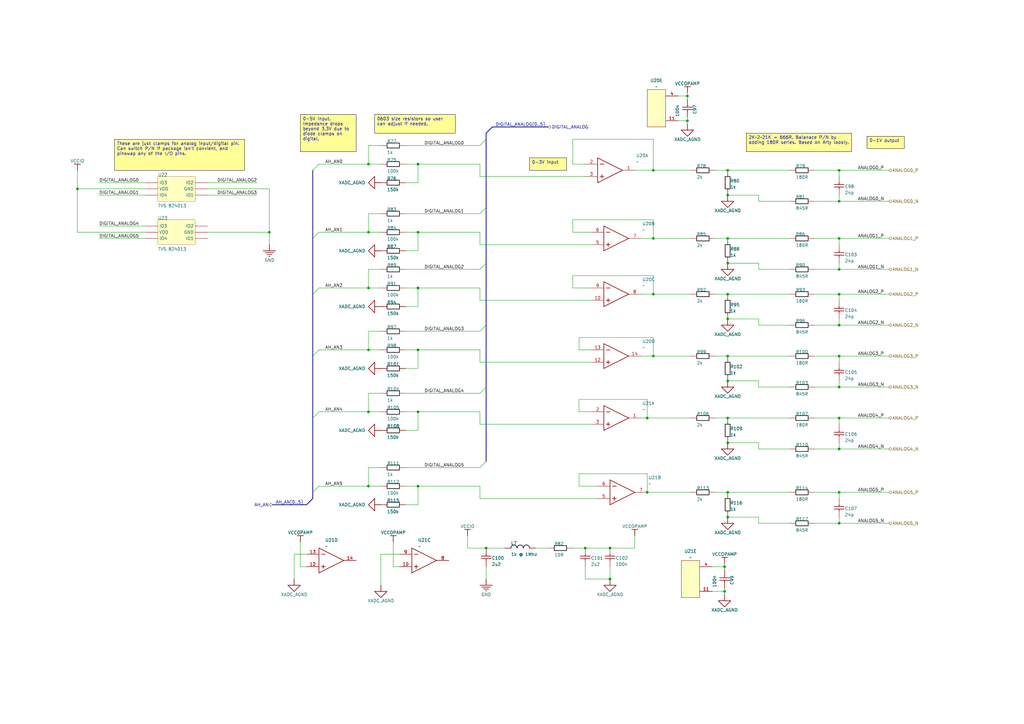
<source format=kicad_sch>
(kicad_sch (version 20231120) (generator "eeschema") (generator_version "8.0")
  (paper "A3")
  (title_block (title "<Enter Sheet Title>"))
  (junction (at 265.43 201.93))
  (junction (at 240.03 224.79))
  (junction (at 344.17 110.49))
  (junction (at 298.45 181.61))
  (junction (at 171.45 67.31))
  (junction (at 298.45 201.93))
  (junction (at 281.94 39.37))
  (junction (at 151.13 199.39))
  (junction (at 344.17 146.05))
  (junction (at 110.49 95.25))
  (junction (at 298.45 130.81))
  (junction (at 344.17 133.35))
  (junction (at 267.97 120.65))
  (junction (at 344.17 201.93))
  (junction (at 298.45 156.21))
  (junction (at 151.13 118.11))
  (junction (at 267.97 97.79))
  (junction (at 298.45 146.05))
  (junction (at 344.17 69.85))
  (junction (at 199.39 224.79))
  (junction (at 298.45 107.95))
  (junction (at 344.17 171.45))
  (junction (at 344.17 120.65))
  (junction (at 151.13 168.91))
  (junction (at 267.97 69.85))
  (junction (at 281.94 49.53))
  (junction (at 344.17 184.15))
  (junction (at 344.17 214.63))
  (junction (at 31.75 77.47))
  (junction (at 171.45 199.39))
  (junction (at 298.45 171.45))
  (junction (at 151.13 67.31))
  (junction (at 171.45 118.11))
  (junction (at 298.45 120.65))
  (junction (at 344.17 97.79))
  (junction (at 250.19 237.49))
  (junction (at 267.97 146.05))
  (junction (at 298.45 212.09))
  (junction (at 151.13 95.25))
  (junction (at 298.45 69.85))
  (junction (at 344.17 82.55))
  (junction (at 171.45 168.91))
  (junction (at 344.17 158.75))
  (junction (at 171.45 95.25))
  (junction (at 265.43 171.45))
  (junction (at 297.18 232.41))
  (junction (at 171.45 143.51))
  (junction (at 298.45 80.01))
  (junction (at 250.19 224.79))
  (junction (at 297.18 242.57))
  (junction (at 298.45 97.79))
  (junction (at 151.13 143.51))
  (bus_entry (at 128.27 146.05) (size 2.54 -2.54))
  (bus_entry (at 196.85 110.49) (size 2.54 -2.54))
  (bus_entry (at 196.85 161.29) (size 2.54 -2.54))
  (bus_entry (at 128.27 171.45) (size 2.54 -2.54))
  (bus_entry (at 196.85 87.63) (size 2.54 -2.54))
  (bus_entry (at 128.27 69.85) (size 2.54 -2.54))
  (bus_entry (at 128.27 97.79) (size 2.54 -2.54))
  (bus_entry (at 196.85 135.89) (size 2.54 -2.54))
  (bus_entry (at 128.27 120.65) (size 2.54 -2.54))
  (bus_entry (at 196.85 191.77) (size 2.54 -2.54))
  (bus_entry (at 128.27 201.93) (size 2.54 -2.54))
  (bus_entry (at 196.85 59.69) (size 2.54 -2.54))
  (wire (pts (xy 234.95 57.15) (xy 234.95 67.31)))
  (wire (pts (xy 166.37 110.49) (xy 196.85 110.49)))
  (wire (pts (xy 110.49 95.25) (xy 110.49 100.33)))
  (wire (pts (xy 311.15 158.75) (xy 311.15 156.21)))
  (wire (pts (xy 125.73 232.41) (xy 123.19 232.41)))
  (wire (pts (xy 196.85 143.51) (xy 171.45 143.51)))
  (wire (pts (xy 196.85 123.19) (xy 196.85 118.11)))
  (wire (pts (xy 298.45 201.93) (xy 293.37 201.93)))
  (wire (pts (xy 166.37 87.63) (xy 196.85 87.63)))
  (wire (pts (xy 267.97 97.79) (xy 262.89 97.79)))
  (wire (pts (xy 297.18 231.14) (xy 297.18 232.41)))
  (wire (pts (xy 156.21 67.31) (xy 151.13 67.31)))
  (wire (pts (xy 265.43 194.31) (xy 265.43 201.93)))
  (wire (pts (xy 237.49 163.83) (xy 265.43 163.83)))
  (wire (pts (xy 297.18 243.84) (xy 297.18 242.57)))
  (wire (pts (xy 311.15 130.81) (xy 298.45 130.81)))
  (wire (pts (xy 31.75 77.47) (xy 31.75 69.85)))
  (wire (pts (xy 171.45 168.91) (xy 171.45 176.53)))
  (wire (pts (xy 85.09 80.01) (xy 105.41 80.01)))
  (wire (pts (xy 171.45 95.25) (xy 171.45 102.87)))
  (wire (pts (xy 171.45 95.25) (xy 166.37 95.25)))
  (wire (pts (xy 334.01 120.65) (xy 344.17 120.65)))
  (wire (pts (xy 85.09 74.93) (xy 105.41 74.93)))
  (wire (pts (xy 245.11 204.47) (xy 196.85 204.47)))
  (bus (pts (xy 128.27 97.79) (xy 128.27 120.65)))
  (wire (pts (xy 151.13 118.11) (xy 130.81 118.11)))
  (wire (pts (xy 161.29 232.41) (xy 161.29 222.25)))
  (wire (pts (xy 237.49 143.51) (xy 237.49 138.43)))
  (wire (pts (xy 323.85 97.79) (xy 298.45 97.79)))
  (wire (pts (xy 323.85 110.49) (xy 311.15 110.49)))
  (wire (pts (xy 260.35 69.85) (xy 267.97 69.85)))
  (wire (pts (xy 171.45 67.31) (xy 166.37 67.31)))
  (wire (pts (xy 151.13 161.29) (xy 151.13 168.91)))
  (wire (pts (xy 156.21 168.91) (xy 151.13 168.91)))
  (wire (pts (xy 171.45 199.39) (xy 171.45 207.01)))
  (wire (pts (xy 298.45 97.79) (xy 293.37 97.79)))
  (wire (pts (xy 334.01 171.45) (xy 344.17 171.45)))
  (wire (pts (xy 344.17 69.85) (xy 364.49 69.85)))
  (wire (pts (xy 242.57 95.25) (xy 234.95 95.25)))
  (wire (pts (xy 292.1 242.57) (xy 297.18 242.57)))
  (wire (pts (xy 171.45 118.11) (xy 166.37 118.11)))
  (wire (pts (xy 281.94 49.53) (xy 281.94 50.8)))
  (wire (pts (xy 156.21 227.33) (xy 163.83 227.33)))
  (wire (pts (xy 298.45 69.85) (xy 293.37 69.85)))
  (wire (pts (xy 31.75 95.25) (xy 31.75 77.47)))
  (wire (pts (xy 171.45 143.51) (xy 171.45 151.13)))
  (bus (pts (xy 199.39 57.15) (xy 199.39 54.61)))
  (wire (pts (xy 267.97 69.85) (xy 283.21 69.85)))
  (wire (pts (xy 281.94 39.37) (xy 281.94 38.1)))
  (wire (pts (xy 151.13 191.77) (xy 151.13 199.39)))
  (wire (pts (xy 311.15 107.95) (xy 298.45 107.95)))
  (wire (pts (xy 171.45 74.93) (xy 166.37 74.93)))
  (wire (pts (xy 59.69 97.79) (xy 40.64 97.79)))
  (wire (pts (xy 196.85 67.31) (xy 171.45 67.31)))
  (wire (pts (xy 151.13 67.31) (xy 130.81 67.31)))
  (wire (pts (xy 171.45 67.31) (xy 171.45 74.93)))
  (wire (pts (xy 344.17 212.09) (xy 344.17 214.63)))
  (wire (pts (xy 344.17 171.45) (xy 364.49 171.45)))
  (wire (pts (xy 171.45 143.51) (xy 166.37 143.51)))
  (wire (pts (xy 283.21 201.93) (xy 265.43 201.93)))
  (wire (pts (xy 283.21 171.45) (xy 265.43 171.45)))
  (bus (pts (xy 128.27 120.65) (xy 128.27 146.05)))
  (wire (pts (xy 344.17 97.79) (xy 364.49 97.79)))
  (wire (pts (xy 237.49 194.31) (xy 265.43 194.31)))
  (wire (pts (xy 59.69 92.71) (xy 40.64 92.71)))
  (wire (pts (xy 344.17 110.49) (xy 364.49 110.49)))
  (wire (pts (xy 311.15 80.01) (xy 298.45 80.01)))
  (bus (pts (xy 199.39 54.61) (xy 201.93 52.07)))
  (wire (pts (xy 120.65 227.33) (xy 125.73 227.33)))
  (wire (pts (xy 344.17 184.15) (xy 364.49 184.15)))
  (wire (pts (xy 156.21 191.77) (xy 151.13 191.77)))
  (wire (pts (xy 311.15 212.09) (xy 298.45 212.09)))
  (wire (pts (xy 344.17 156.21) (xy 344.17 158.75)))
  (wire (pts (xy 298.45 120.65) (xy 293.37 120.65)))
  (wire (pts (xy 151.13 87.63) (xy 151.13 95.25)))
  (wire (pts (xy 267.97 113.03) (xy 267.97 120.65)))
  (wire (pts (xy 281.94 48.26) (xy 281.94 49.53)))
  (wire (pts (xy 242.57 100.33) (xy 196.85 100.33)))
  (wire (pts (xy 242.57 168.91) (xy 237.49 168.91)))
  (wire (pts (xy 334.01 201.93) (xy 344.17 201.93)))
  (bus (pts (xy 199.39 158.75) (xy 199.39 133.35)))
  (wire (pts (xy 297.18 232.41) (xy 297.18 233.68)))
  (wire (pts (xy 196.85 100.33) (xy 196.85 95.25)))
  (wire (pts (xy 151.13 168.91) (xy 130.81 168.91)))
  (wire (pts (xy 267.97 69.85) (xy 267.97 57.15)))
  (wire (pts (xy 323.85 214.63) (xy 311.15 214.63)))
  (wire (pts (xy 151.13 110.49) (xy 151.13 118.11)))
  (wire (pts (xy 344.17 100.33) (xy 344.17 97.79)))
  (wire (pts (xy 265.43 171.45) (xy 262.89 171.45)))
  (wire (pts (xy 120.65 237.49) (xy 120.65 227.33)))
  (wire (pts (xy 344.17 184.15) (xy 334.01 184.15)))
  (wire (pts (xy 171.45 168.91) (xy 166.37 168.91)))
  (wire (pts (xy 240.03 232.41) (xy 240.03 237.49)))
  (wire (pts (xy 242.57 148.59) (xy 196.85 148.59)))
  (wire (pts (xy 334.01 97.79) (xy 344.17 97.79)))
  (wire (pts (xy 278.13 49.53) (xy 281.94 49.53)))
  (wire (pts (xy 323.85 133.35) (xy 311.15 133.35)))
  (wire (pts (xy 344.17 204.47) (xy 344.17 201.93)))
  (wire (pts (xy 344.17 80.01) (xy 344.17 82.55)))
  (wire (pts (xy 311.15 110.49) (xy 311.15 107.95)))
  (wire (pts (xy 85.09 95.25) (xy 110.49 95.25)))
  (bus (pts (xy 128.27 171.45) (xy 128.27 201.93)))
  (wire (pts (xy 292.1 232.41) (xy 297.18 232.41)))
  (wire (pts (xy 234.95 95.25) (xy 234.95 90.17)))
  (wire (pts (xy 240.03 224.79) (xy 250.19 224.79)))
  (wire (pts (xy 156.21 118.11) (xy 151.13 118.11)))
  (wire (pts (xy 196.85 148.59) (xy 196.85 143.51)))
  (wire (pts (xy 311.15 184.15) (xy 311.15 181.61)))
  (wire (pts (xy 311.15 181.61) (xy 298.45 181.61)))
  (wire (pts (xy 311.15 133.35) (xy 311.15 130.81)))
  (wire (pts (xy 344.17 107.95) (xy 344.17 110.49)))
  (wire (pts (xy 156.21 240.03) (xy 156.21 227.33)))
  (wire (pts (xy 171.45 176.53) (xy 166.37 176.53)))
  (wire (pts (xy 267.97 146.05) (xy 262.89 146.05)))
  (wire (pts (xy 344.17 130.81) (xy 344.17 133.35)))
  (wire (pts (xy 344.17 148.59) (xy 344.17 146.05)))
  (wire (pts (xy 196.85 199.39) (xy 171.45 199.39)))
  (wire (pts (xy 151.13 143.51) (xy 130.81 143.51)))
  (wire (pts (xy 59.69 74.93) (xy 40.64 74.93)))
  (wire (pts (xy 234.95 67.31) (xy 240.03 67.31)))
  (wire (pts (xy 242.57 118.11) (xy 234.95 118.11)))
  (wire (pts (xy 207.01 224.79) (xy 199.39 224.79)))
  (wire (pts (xy 245.11 199.39) (xy 237.49 199.39)))
  (wire (pts (xy 344.17 158.75) (xy 364.49 158.75)))
  (wire (pts (xy 260.35 224.79) (xy 260.35 219.71)))
  (wire (pts (xy 311.15 156.21) (xy 298.45 156.21)))
  (wire (pts (xy 166.37 135.89) (xy 196.85 135.89)))
  (wire (pts (xy 237.49 138.43) (xy 267.97 138.43)))
  (wire (pts (xy 156.21 199.39) (xy 151.13 199.39)))
  (wire (pts (xy 267.97 120.65) (xy 262.89 120.65)))
  (wire (pts (xy 267.97 138.43) (xy 267.97 146.05)))
  (wire (pts (xy 344.17 82.55) (xy 334.01 82.55)))
  (wire (pts (xy 156.21 87.63) (xy 151.13 87.63)))
  (wire (pts (xy 234.95 113.03) (xy 267.97 113.03)))
  (wire (pts (xy 311.15 82.55) (xy 311.15 80.01)))
  (wire (pts (xy 199.39 237.49) (xy 199.39 232.41)))
  (wire (pts (xy 297.18 242.57) (xy 297.18 241.3)))
  (wire (pts (xy 323.85 171.45) (xy 298.45 171.45)))
  (wire (pts (xy 250.19 237.49) (xy 250.19 232.41)))
  (wire (pts (xy 267.97 57.15) (xy 234.95 57.15)))
  (wire (pts (xy 344.17 173.99) (xy 344.17 171.45)))
  (wire (pts (xy 224.79 224.79) (xy 219.71 224.79)))
  (wire (pts (xy 242.57 143.51) (xy 237.49 143.51)))
  (wire (pts (xy 323.85 201.93) (xy 298.45 201.93)))
  (wire (pts (xy 171.45 199.39) (xy 166.37 199.39)))
  (wire (pts (xy 151.13 135.89) (xy 151.13 143.51)))
  (wire (pts (xy 59.69 80.01) (xy 40.64 80.01)))
  (wire (pts (xy 298.45 146.05) (xy 293.37 146.05)))
  (wire (pts (xy 191.77 224.79) (xy 191.77 219.71)))
  (wire (pts (xy 283.21 146.05) (xy 267.97 146.05)))
  (wire (pts (xy 31.75 77.47) (xy 59.69 77.47)))
  (wire (pts (xy 171.45 151.13) (xy 166.37 151.13)))
  (wire (pts (xy 323.85 120.65) (xy 298.45 120.65)))
  (wire (pts (xy 196.85 173.99) (xy 196.85 168.91)))
  (wire (pts (xy 237.49 168.91) (xy 237.49 163.83)))
  (bus (pts (xy 128.27 146.05) (xy 128.27 171.45)))
  (wire (pts (xy 344.17 201.93) (xy 364.49 201.93)))
  (wire (pts (xy 156.21 143.51) (xy 151.13 143.51)))
  (wire (pts (xy 344.17 181.61) (xy 344.17 184.15)))
  (wire (pts (xy 250.19 224.79) (xy 260.35 224.79)))
  (wire (pts (xy 151.13 95.25) (xy 130.81 95.25)))
  (wire (pts (xy 278.13 39.37) (xy 281.94 39.37)))
  (wire (pts (xy 334.01 146.05) (xy 344.17 146.05)))
  (wire (pts (xy 242.57 173.99) (xy 196.85 173.99)))
  (wire (pts (xy 156.21 110.49) (xy 151.13 110.49)))
  (wire (pts (xy 267.97 97.79) (xy 283.21 97.79)))
  (wire (pts (xy 110.49 77.47) (xy 110.49 95.25)))
  (wire (pts (xy 240.03 237.49) (xy 250.19 237.49)))
  (bus (pts (xy 199.39 85.09) (xy 199.39 57.15)))
  (wire (pts (xy 344.17 123.19) (xy 344.17 120.65)))
  (bus (pts (xy 128.27 201.93) (xy 128.27 204.47)))
  (wire (pts (xy 151.13 59.69) (xy 151.13 67.31)))
  (wire (pts (xy 323.85 82.55) (xy 311.15 82.55)))
  (wire (pts (xy 196.85 95.25) (xy 171.45 95.25)))
  (wire (pts (xy 265.43 163.83) (xy 265.43 171.45)))
  (wire (pts (xy 323.85 158.75) (xy 311.15 158.75)))
  (wire (pts (xy 85.09 77.47) (xy 110.49 77.47)))
  (bus (pts (xy 111.76 207.01) (xy 125.73 207.01)))
  (wire (pts (xy 234.95 224.79) (xy 240.03 224.79)))
  (wire (pts (xy 344.17 133.35) (xy 364.49 133.35)))
  (bus (pts (xy 199.39 189.23) (xy 199.39 158.75)))
  (wire (pts (xy 166.37 191.77) (xy 196.85 191.77)))
  (wire (pts (xy 242.57 123.19) (xy 196.85 123.19)))
  (wire (pts (xy 311.15 214.63) (xy 311.15 212.09)))
  (wire (pts (xy 59.69 95.25) (xy 31.75 95.25)))
  (wire (pts (xy 344.17 110.49) (xy 334.01 110.49)))
  (wire (pts (xy 334.01 69.85) (xy 344.17 69.85)))
  (wire (pts (xy 298.45 171.45) (xy 293.37 171.45)))
  (wire (pts (xy 234.95 90.17) (xy 267.97 90.17)))
  (wire (pts (xy 171.45 125.73) (xy 166.37 125.73)))
  (wire (pts (xy 156.21 95.25) (xy 151.13 95.25)))
  (wire (pts (xy 196.85 204.47) (xy 196.85 199.39)))
  (wire (pts (xy 166.37 59.69) (xy 196.85 59.69)))
  (wire (pts (xy 344.17 214.63) (xy 364.49 214.63)))
  (bus (pts (xy 201.93 52.07) (xy 224.79 52.07)))
  (wire (pts (xy 240.03 72.39) (xy 196.85 72.39)))
  (wire (pts (xy 166.37 161.29) (xy 196.85 161.29)))
  (wire (pts (xy 123.19 232.41) (xy 123.19 222.25)))
  (wire (pts (xy 171.45 118.11) (xy 171.45 125.73)))
  (wire (pts (xy 156.21 135.89) (xy 151.13 135.89)))
  (wire (pts (xy 171.45 102.87) (xy 166.37 102.87)))
  (wire (pts (xy 344.17 158.75) (xy 334.01 158.75)))
  (bus (pts (xy 199.39 107.95) (xy 199.39 85.09)))
  (wire (pts (xy 196.85 118.11) (xy 171.45 118.11)))
  (wire (pts (xy 323.85 146.05) (xy 298.45 146.05)))
  (wire (pts (xy 156.21 59.69) (xy 151.13 59.69)))
  (wire (pts (xy 323.85 184.15) (xy 311.15 184.15)))
  (wire (pts (xy 163.83 232.41) (xy 161.29 232.41)))
  (bus (pts (xy 128.27 204.47) (xy 125.73 207.01)))
  (bus (pts (xy 199.39 133.35) (xy 199.39 107.95)))
  (wire (pts (xy 323.85 69.85) (xy 298.45 69.85)))
  (wire (pts (xy 196.85 168.91) (xy 171.45 168.91)))
  (wire (pts (xy 344.17 146.05) (xy 364.49 146.05)))
  (wire (pts (xy 151.13 199.39) (xy 130.81 199.39)))
  (wire (pts (xy 281.94 40.64) (xy 281.94 39.37)))
  (wire (pts (xy 237.49 199.39) (xy 237.49 194.31)))
  (wire (pts (xy 199.39 224.79) (xy 191.77 224.79)))
  (bus (pts (xy 128.27 69.85) (xy 128.27 97.79)))
  (wire (pts (xy 344.17 214.63) (xy 334.01 214.63)))
  (wire (pts (xy 171.45 207.01) (xy 166.37 207.01)))
  (wire (pts (xy 267.97 90.17) (xy 267.97 97.79)))
  (wire (pts (xy 344.17 133.35) (xy 334.01 133.35)))
  (wire (pts (xy 344.17 82.55) (xy 364.49 82.55)))
  (wire (pts (xy 234.95 118.11) (xy 234.95 113.03)))
  (wire (pts (xy 267.97 120.65) (xy 283.21 120.65)))
  (wire (pts (xy 196.85 72.39) (xy 196.85 67.31)))
  (wire (pts (xy 344.17 120.65) (xy 364.49 120.65)))
  (wire (pts (xy 156.21 161.29) (xy 151.13 161.29)))
  (wire (pts (xy 344.17 72.39) (xy 344.17 69.85)))
  (text_box "0603 size resistors so user can adjust if needed." (at 186.69 46.99 0) (size -33.02 7.62) (stroke (width 0) (color 0 0 0 1)) (fill (type color) (color 255 255 150 1)) (effects (font (size 1.27 1.27)) (justify left top)))
  (text_box "2K~2~21K = 666R. Balanace P/N by adding 180R series. Based on Arty loosly." (at 349.25 54.61 0) (size -43.18 7.62) (stroke (width 0) (color 0 0 0 1)) (fill (type color) (color 255 255 150 1)) (effects (font (size 1.27 1.27)) (justify left top)))
  (text_box "0-3V input" (at 232.41 64.77 0) (size -15.24 5.08) (stroke (width 0) (color 0 0 0 1)) (fill (type color) (color 255 255 150 1)) (effects (font (size 1.27 1.27)) (justify left top)))
  (text_box "These are just clamps for analog input/digital pin. Can switch P/N if package isn't convient, and pinswap any of the I/O pins." (at 100.33 57.15 0) (size -53.34 12.7) (stroke (width 0) (color 0 0 0 1)) (fill (type color) (color 255 255 150 1)) (effects (font (size 1.27 1.27)) (justify left top)))
  (text_box "0-1V output" (at 355.6 55.88 0) (size 15.24 5.08) (stroke (width 0) (color 0 0 0 1)) (fill (type color) (color 255 255 150 1)) (effects (font (size 1.27 1.27)) (justify left top)))
  (text_box "0-5V input. Impedance drops beyond 3.3V due to diode clamps on digital." (at 146.05 46.99 0) (size -22.86 15.24) (stroke (width 0) (color 0 0 0 1)) (fill (type color) (color 255 255 150 1)) (effects (font (size 1.27 1.27)) (justify left top)))
  (label "ANALOG3_P" (at 351.79 146.05 0))
  (label "DIGITAL_ANALOG0" (at 40.64 74.93 0))
  (label "DIGITAL_ANALOG3" (at 105.41 80.01 180))
  (label "AH_AN0" (at 133.35 67.31 0))
  (label "DIGITAL_ANALOG4" (at 173.99 161.29 0))
  (label "DIGITAL_ANALOG[0..5]" (at 203.2 52.07 0))
  (label "DIGITAL_ANALOG5" (at 40.64 97.79 0))
  (label "AH_AN3" (at 133.35 143.51 0))
  (label "ANALOG1_N" (at 351.79 110.49 0))
  (label "ANALOG0_N" (at 351.79 82.55 0))
  (label "ANALOG2_N" (at 351.79 133.35 0))
  (label "DIGITAL_ANALOG0" (at 173.99 59.69 0))
  (label "ANALOG2_P" (at 351.79 120.65 0))
  (label "AH_AN4" (at 133.35 168.91 0))
  (label "AH_AN5" (at 133.35 199.39 0))
  (label "ANALOG0_P" (at 351.79 69.85 0))
  (label "DIGITAL_ANALOG1" (at 173.99 87.63 0))
  (label "DIGITAL_ANALOG3" (at 173.99 135.89 0))
  (label "ANALOG5_N" (at 351.79 214.63 0))
  (label "DIGITAL_ANALOG5" (at 173.99 191.77 0))
  (label "DIGITAL_ANALOG4" (at 40.64 92.71 0))
  (label "AH_AN1" (at 133.35 95.25 0))
  (label "ANALOG4_N" (at 351.79 184.15 0))
  (label "DIGITAL_ANALOG2" (at 173.99 110.49 0))
  (label "AH_AN[0..5]" (at 113.03 207.01 0))
  (label "ANALOG3_N" (at 351.79 158.75 0))
  (label "ANALOG4_P" (at 351.79 171.45 0))
  (label "ANALOG5_P" (at 351.79 201.93 0))
  (label "DIGITAL_ANALOG2" (at 105.41 74.93 180))
  (label "ANALOG1_P" (at 351.79 97.79 0))
  (label "DIGITAL_ANALOG1" (at 40.64 80.01 0))
  (label "AH_AN2" (at 133.35 118.11 0))
  (hierarchical_label "ANALOG1_P" (shape bidirectional) (at 364.49 97.79 0))
  (hierarchical_label "ANALOG3_P" (shape bidirectional) (at 364.49 146.05 0))
  (hierarchical_label "DIGITAL_ANALOG" (shape bidirectional) (at 224.79 52.07 0))
  (hierarchical_label "ANALOG4_N" (shape bidirectional) (at 364.49 184.15 0))
  (hierarchical_label "ANALOG4_P" (shape bidirectional) (at 364.49 171.45 0))
  (hierarchical_label "ANALOG2_P" (shape bidirectional) (at 364.49 120.65 0))
  (hierarchical_label "ANALOG2_N" (shape bidirectional) (at 364.49 133.35 0))
  (hierarchical_label "ANALOG1_N" (shape bidirectional) (at 364.49 110.49 0))
  (hierarchical_label "ANALOG3_N" (shape bidirectional) (at 364.49 158.75 0))
  (hierarchical_label "ANALOG5_P" (shape bidirectional) (at 364.49 201.93 0))
  (hierarchical_label "ANALOG0_N" (shape bidirectional) (at 364.49 82.55 0))
  (hierarchical_label "ANALOG5_N" (shape bidirectional) (at 364.49 214.63 0))
  (hierarchical_label "AH_AN" (shape bidirectional) (at 111.76 207.01 180))
  (hierarchical_label "ANALOG0_P" (shape bidirectional) (at 364.49 69.85 0))
  (symbol (lib_id "SONATA-ONE-symbols:root_0_RES-EU") (at 298.45 125.73 0) (unit 1)
    (property "Reference" "R95" (at 299.466 125.73 0) (effects (justify left bottom)))
    (property "Value" "1k" (at 299.466 128.27 0) (effects (justify left bottom)))
    (property "Footprint" "SONATA-ONE-LIBRARY:RESC1005X40N" (effects (hide yes)))
    (property "Description" "10k res, 0402, 1%, 1/16W" (effects (hide yes)))
    (property "MANUFACTURE PART NUMBER 1" "RC0402FR-071KL" (effects (hide yes)))
  )
  (symbol (lib_id "SONATA-ONE-symbols:root_0_RES-EU") (at 298.45 102.87 0) (unit 1)
    (property "Reference" "R88" (at 299.466 102.87 0) (effects (justify left bottom)))
    (property "Value" "1k" (at 299.466 105.41 0) (effects (justify left bottom)))
    (property "Footprint" "SONATA-ONE-LIBRARY:RESC1005X40N" (effects (hide yes)))
    (property "Description" "10k res, 0402, 1%, 1/16W" (effects (hide yes)))
    (property "MANUFACTURE PART NUMBER 1" "RC0402FR-071KL" (effects (hide yes)))
  )
  (symbol (lib_id "SONATA-ONE-symbols:root_0_RES-EU") (at 298.45 176.53 0) (unit 1)
    (property "Reference" "R109" (at 299.466 176.53 0) (effects (justify left bottom)))
    (property "Value" "1k" (at 299.466 179.07 0) (effects (justify left bottom)))
    (property "Footprint" "SONATA-ONE-LIBRARY:RESC1005X40N" (effects (hide yes)))
    (property "Description" "10k res, 0402, 1%, 1/16W" (effects (hide yes)))
    (property "MANUFACTURE PART NUMBER 1" "RC0402FR-071KL" (effects (hide yes)))
  )
  (symbol (lib_id "SONATA-ONE-symbols:root_0_AMP-OPA-MCP6404-IL14") (at 168.91 224.79 0) (unit 3)
    (property "Reference" "U21" (at 171.45 222.25 0) (effects (justify left bottom)))
    (property "Value" "~" (at 171.45 224.79 0) (effects (justify left bottom)))
    (property "Footprint" "SONATA-ONE-LIBRARY:TSSOP-ST14_M" (effects (hide yes)))
    (property "Description" "None" (effects (hide yes)))
  )
  (symbol (lib_id "SONATA-ONE-symbols:XADC_AGND_SIGNAL_GROUND") (at 298.45 181.61 0) (unit 1)
    (property "Reference" "#PWR0220" (effects (hide yes)))
    (property "Value" "XADC_AGND" (at 298.45 187.96 0))
    (property "Description" "Power symbol creates a global label with name 'XADC_AGND'" (effects (hide yes)))
  )
  (symbol (lib_id "SONATA-ONE-symbols:root_1_RES-EU") (at 161.29 143.51 0) (unit 1)
    (property "Reference" "R98" (at 158.75 142.494 0) (effects (justify left bottom)))
    (property "Value" "100k" (at 158.75 147.066 0) (effects (justify left bottom)))
    (property "Footprint" "SONATA-ONE-LIBRARY:RESC1608X55N" (effects (hide yes)))
    (property "Description" "10k res, 0402, 1%, 1/16W" (effects (hide yes)))
    (property "MANUFACTURE PART NUMBER 1" "RC0603FR-07100KL" (effects (hide yes)))
  )
  (symbol (lib_id "SONATA-ONE-symbols:VCCIO_BAR") (at 191.77 219.71 180) (unit 1)
    (property "Reference" "#PWR0208" (effects (hide yes)))
    (property "Value" "VCCIO" (at 191.77 215.9 0))
    (property "Description" "Power symbol creates a global label with name 'VCCIO'" (effects (hide yes)))
  )
  (symbol (lib_id "SONATA-ONE-symbols:root_1_RES-EU") (at 161.29 176.53 0) (unit 1)
    (property "Reference" "R108" (at 158.75 175.514 0) (effects (justify left bottom)))
    (property "Value" "150k" (at 158.75 180.086 0) (effects (justify left bottom)))
    (property "Footprint" "SONATA-ONE-LIBRARY:RESC1608X55N" (effects (hide yes)))
    (property "Description" "10k res, 0402, 1%, 1/16W" (effects (hide yes)))
    (property "MANUFACTURE PART NUMBER 1" "RC0603FR-07150KL" (effects (hide yes)))
  )
  (symbol (lib_id "SONATA-ONE-symbols:root_0_CAP") (at 250.19 229.87 0) (unit 1)
    (property "Reference" "C102" (at 252.476 229.616 0) (effects (justify left bottom)))
    (property "Value" "100n" (at 252.476 232.156 0) (effects (justify left bottom)))
    (property "Footprint" "SONATA-ONE-LIBRARY:CAPC0402_M" (effects (hide yes)))
    (property "Description" "100n, 0402" (effects (hide yes)))
    (property "MANUFACTURE PART NUMBER 1" "CGA2B3X7R1V104K050BB" (effects (hide yes)))
  )
  (symbol (lib_id "SONATA-ONE-symbols:XADC_AGND_SIGNAL_GROUND") (at 298.45 80.01 0) (unit 1)
    (property "Reference" "#PWR0216" (effects (hide yes)))
    (property "Value" "XADC_AGND" (at 298.45 86.36 0))
    (property "Description" "Power symbol creates a global label with name 'XADC_AGND'" (effects (hide yes)))
  )
  (symbol (lib_id "SONATA-ONE-symbols:root_0_AMP-OPA-MCP6404-IL14") (at 273.05 44.45 0) (unit 5)
    (property "Reference" "U20" (at 269.24 33.02 0))
    (property "Value" "~" (at 269.24 35.56 0))
    (property "Footprint" "SONATA-ONE-LIBRARY:TSSOP-ST14_M" (effects (hide yes)))
    (property "Description" "None" (effects (hide yes)))
  )
  (symbol (lib_id "SONATA-ONE-symbols:XADC_AGND_SIGNAL_GROUND") (at 281.94 50.8 0) (unit 1)
    (property "Reference" "#PWR0213" (effects (hide yes)))
    (property "Value" "XADC_AGND" (at 281.94 57.15 0))
    (property "Description" "Power symbol creates a global label with name 'XADC_AGND'" (effects (hide yes)))
  )
  (symbol (lib_id "SONATA-ONE-symbols:XADC_AGND_SIGNAL_GROUND") (at 156.21 102.87 270) (unit 1)
    (property "Reference" "#PWR0201" (effects (hide yes)))
    (property "Value" "XADC_AGND" (at 149.86 102.87 90) (effects (justify right)))
    (property "Description" "Power symbol creates a global label with name 'XADC_AGND'" (effects (hide yes)))
  )
  (symbol (lib_id "SONATA-ONE-symbols:root_1_RES-EU") (at 161.29 110.49 0) (unit 1)
    (property "Reference" "R89" (at 158.75 109.474 0) (effects (justify left bottom)))
    (property "Value" "1k" (at 158.75 114.046 0) (effects (justify left bottom)))
    (property "Footprint" "SONATA-ONE-LIBRARY:RESC1608X55N" (effects (hide yes)))
    (property "Description" "10k res, 0402, 1%, 1/16W" (effects (hide yes)))
    (property "MANUFACTURE PART NUMBER 1" "RC0603FR-071KL" (effects (hide yes)))
  )
  (symbol (lib_id "SONATA-ONE-symbols:root_1_RES-EU") (at 161.29 161.29 0) (unit 1)
    (property "Reference" "R104" (at 158.75 160.274 0) (effects (justify left bottom)))
    (property "Value" "1k" (at 158.75 164.846 0) (effects (justify left bottom)))
    (property "Footprint" "SONATA-ONE-LIBRARY:RESC1608X55N" (effects (hide yes)))
    (property "Description" "10k res, 0402, 1%, 1/16W" (effects (hide yes)))
    (property "MANUFACTURE PART NUMBER 1" "RC0603FR-071KL" (effects (hide yes)))
  )
  (symbol (lib_id "SONATA-ONE-symbols:XADC_AGND_SIGNAL_GROUND") (at 298.45 130.81 0) (unit 1)
    (property "Reference" "#PWR0218" (effects (hide yes)))
    (property "Value" "XADC_AGND" (at 298.45 137.16 0))
    (property "Description" "Power symbol creates a global label with name 'XADC_AGND'" (effects (hide yes)))
  )
  (symbol (lib_id "SONATA-ONE-symbols:root_1_RES-EU") (at 328.93 158.75 0) (unit 1)
    (property "Reference" "R103" (at 326.39 157.734 0) (effects (justify left bottom)))
    (property "Value" "845R" (at 326.39 162.306 0) (effects (justify left bottom)))
    (property "Footprint" "SONATA-ONE-LIBRARY:RESC1005X40N" (effects (hide yes)))
    (property "Description" "10k res, 0402, 1%, 1/16W" (effects (hide yes)))
    (property "MANUFACTURE PART NUMBER 1" "RC0402FR-07845RL" (effects (hide yes)))
  )
  (symbol (lib_id "SONATA-ONE-symbols:root_1_RES-EU") (at 161.29 199.39 0) (unit 1)
    (property "Reference" "R112" (at 158.75 198.374 0) (effects (justify left bottom)))
    (property "Value" "100k" (at 158.75 202.946 0) (effects (justify left bottom)))
    (property "Footprint" "SONATA-ONE-LIBRARY:RESC1608X55N" (effects (hide yes)))
    (property "Description" "10k res, 0402, 1%, 1/16W" (effects (hide yes)))
    (property "MANUFACTURE PART NUMBER 1" "RC0603FR-07100KL" (effects (hide yes)))
  )
  (symbol (lib_id "SONATA-ONE-symbols:root_1_RES-EU") (at 328.93 214.63 0) (unit 1)
    (property "Reference" "R117" (at 326.39 213.614 0) (effects (justify left bottom)))
    (property "Value" "845R" (at 326.39 218.186 0) (effects (justify left bottom)))
    (property "Footprint" "SONATA-ONE-LIBRARY:RESC1005X40N" (effects (hide yes)))
    (property "Description" "10k res, 0402, 1%, 1/16W" (effects (hide yes)))
    (property "MANUFACTURE PART NUMBER 1" "RC0402FR-07845RL" (effects (hide yes)))
  )
  (symbol (lib_id "SONATA-ONE-symbols:XADC_AGND_SIGNAL_GROUND") (at 156.21 240.03 0) (unit 1)
    (property "Reference" "#PWR0206" (effects (hide yes)))
    (property "Value" "XADC_AGND" (at 156.21 246.38 0))
    (property "Description" "Power symbol creates a global label with name 'XADC_AGND'" (effects (hide yes)))
  )
  (symbol (lib_id "SONATA-ONE-symbols:root_1_RES-EU") (at 161.29 135.89 0) (unit 1)
    (property "Reference" "R97" (at 158.75 134.874 0) (effects (justify left bottom)))
    (property "Value" "1k" (at 158.75 139.446 0) (effects (justify left bottom)))
    (property "Footprint" "SONATA-ONE-LIBRARY:RESC1608X55N" (effects (hide yes)))
    (property "Description" "10k res, 0402, 1%, 1/16W" (effects (hide yes)))
    (property "MANUFACTURE PART NUMBER 1" "RC0603FR-071KL" (effects (hide yes)))
  )
  (symbol (lib_id "SONATA-ONE-symbols:root_0_CAP") (at 344.17 153.67 0) (unit 1)
    (property "Reference" "C105" (at 346.456 153.416 0) (effects (justify left bottom)))
    (property "Value" "24p" (at 346.456 155.956 0) (effects (justify left bottom)))
    (property "Footprint" "SONATA-ONE-LIBRARY:CAPC0402_M" (effects (hide yes)))
    (property "Description" "100n, 0402" (effects (hide yes)))
    (property "MANUFACTURE PART NUMBER 1" "GCM1555C1H240FA16D" (effects (hide yes)))
  )
  (symbol (lib_id "SONATA-ONE-symbols:XADC_AGND_SIGNAL_GROUND") (at 156.21 207.01 270) (unit 1)
    (property "Reference" "#PWR0205" (effects (hide yes)))
    (property "Value" "XADC_AGND" (at 149.86 207.01 90) (effects (justify right)))
    (property "Description" "Power symbol creates a global label with name 'XADC_AGND'" (effects (hide yes)))
  )
  (symbol (lib_id "SONATA-ONE-symbols:VCCIO_BAR") (at 31.75 69.85 180) (unit 1)
    (property "Reference" "#PWR0122" (effects (hide yes)))
    (property "Value" "VCCIO" (at 31.75 66.04 0))
    (property "Description" "Power symbol creates a global label with name 'VCCIO'" (effects (hide yes)))
  )
  (symbol (lib_id "SONATA-ONE-symbols:GND_POWER_GROUND") (at 110.49 100.33 0) (unit 1)
    (property "Reference" "#PWR0197" (effects (hide yes)))
    (property "Value" "GND" (at 110.49 106.68 0))
    (property "Description" "Power symbol creates a global label with name 'GND'" (effects (hide yes)))
  )
  (symbol (lib_id "SONATA-ONE-symbols:root_1_RES-EU") (at 161.29 168.91 0) (unit 1)
    (property "Reference" "R105" (at 158.75 167.894 0) (effects (justify left bottom)))
    (property "Value" "100k" (at 158.75 172.466 0) (effects (justify left bottom)))
    (property "Footprint" "SONATA-ONE-LIBRARY:RESC1608X55N" (effects (hide yes)))
    (property "Description" "10k res, 0402, 1%, 1/16W" (effects (hide yes)))
    (property "MANUFACTURE PART NUMBER 1" "RC0603FR-07100KL" (effects (hide yes)))
  )
  (symbol (lib_id "SONATA-ONE-symbols:root_0_AMP-OPA-MCP6404-IL14") (at 247.65 140.97 0) (unit 4)
    (property "Reference" "U20" (at 263.398 140.716 0) (effects (justify left bottom)))
    (property "Value" "~" (at 263.398 143.256 0) (effects (justify left bottom)))
    (property "Footprint" "SONATA-ONE-LIBRARY:TSSOP-ST14_M" (effects (hide yes)))
    (property "Description" "None" (effects (hide yes)))
  )
  (symbol (lib_id "SONATA-ONE-symbols:root_0_AMP-OPA-MCP6404-IL14") (at 247.65 166.37 0) (unit 1)
    (property "Reference" "U21" (at 263.398 166.116 0) (effects (justify left bottom)))
    (property "Value" "~" (at 263.398 168.656 0) (effects (justify left bottom)))
    (property "Footprint" "SONATA-ONE-LIBRARY:TSSOP-ST14_M" (effects (hide yes)))
    (property "Description" "None" (effects (hide yes)))
  )
  (symbol (lib_id "SONATA-ONE-symbols:XADC_AGND_SIGNAL_GROUND") (at 297.18 243.84 0) (unit 1)
    (property "Reference" "#PWR0215" (effects (hide yes)))
    (property "Value" "XADC_AGND" (at 297.18 250.19 0))
    (property "Description" "Power symbol creates a global label with name 'XADC_AGND'" (effects (hide yes)))
  )
  (symbol (lib_id "SONATA-ONE-symbols:root_1_RES-EU") (at 328.93 184.15 0) (unit 1)
    (property "Reference" "R110" (at 326.39 183.134 0) (effects (justify left bottom)))
    (property "Value" "845R" (at 326.39 187.706 0) (effects (justify left bottom)))
    (property "Footprint" "SONATA-ONE-LIBRARY:RESC1005X40N" (effects (hide yes)))
    (property "Description" "10k res, 0402, 1%, 1/16W" (effects (hide yes)))
    (property "MANUFACTURE PART NUMBER 1" "RC0402FR-07845RL" (effects (hide yes)))
  )
  (symbol (lib_id "SONATA-ONE-symbols:root_1_CAP") (at 297.18 238.76 270) (unit 1)
    (property "Reference" "C99" (at 299.466 235.966 0) (effects (justify left bottom)))
    (property "Value" "100n" (at 292.354 235.966 0) (effects (justify left bottom)))
    (property "Footprint" "SONATA-ONE-LIBRARY:CAPC0402_M" (effects (hide yes)))
    (property "Description" "100n, 0603" (effects (hide yes)))
    (property "MANUFACTURE PART NUMBER 1" "CGA2B3X7R1V104K050BB" (effects (hide yes)))
  )
  (symbol (lib_id "SONATA-ONE-symbols:root_1_RES-EU") (at 328.93 110.49 0) (unit 1)
    (property "Reference" "R90" (at 326.39 109.474 0) (effects (justify left bottom)))
    (property "Value" "845R" (at 326.39 114.046 0) (effects (justify left bottom)))
    (property "Footprint" "SONATA-ONE-LIBRARY:RESC1005X40N" (effects (hide yes)))
    (property "Description" "10k res, 0402, 1%, 1/16W" (effects (hide yes)))
    (property "MANUFACTURE PART NUMBER 1" "RC0402FR-07845RL" (effects (hide yes)))
  )
  (symbol (lib_id "SONATA-ONE-symbols:root_1_RES-EU") (at 229.87 224.79 0) (unit 1)
    (property "Reference" "R82" (at 227.33 223.774 0) (effects (justify left bottom)))
    (property "Value" "10R" (at 227.33 228.346 0) (effects (justify left bottom)))
    (property "Footprint" "SONATA-ONE-LIBRARY:RESC1608X55N" (effects (hide yes)))
    (property "Description" "10k res, 0402, 1%, 1/16W" (effects (hide yes)))
    (property "MANUFACTURE PART NUMBER 1" "RC0603FR-0710RL" (effects (hide yes)))
  )
  (symbol (lib_id "SONATA-ONE-symbols:root_1_RES-EU") (at 328.93 97.79 0) (unit 1)
    (property "Reference" "R86" (at 326.39 96.774 0) (effects (justify left bottom)))
    (property "Value" "180R" (at 326.39 101.346 0) (effects (justify left bottom)))
    (property "Footprint" "SONATA-ONE-LIBRARY:RESC1005X40N" (effects (hide yes)))
    (property "Description" "10k res, 0402, 1%, 1/16W" (effects (hide yes)))
    (property "MANUFACTURE PART NUMBER 1" "RC0402FR-07180RL" (effects (hide yes)))
  )
  (symbol (lib_id "SONATA-ONE-symbols:root_0_AMP-OPA-MCP6404-IL14") (at 247.65 115.57 0) (unit 3)
    (property "Reference" "U20" (at 263.398 115.316 0) (effects (justify left bottom)))
    (property "Value" "~" (at 263.398 117.856 0) (effects (justify left bottom)))
    (property "Footprint" "SONATA-ONE-LIBRARY:TSSOP-ST14_M" (effects (hide yes)))
    (property "Description" "None" (effects (hide yes)))
  )
  (symbol (lib_id "SONATA-ONE-symbols:root_0_IND") (at 214.63 224.79 0) (unit 1)
    (property "Reference" "L7" (at 209.55 223.52 0) (effects (justify left bottom)))
    (property "Value" "1k @ 1Mhz" (at 209.55 228.092 0) (effects (justify left bottom)))
    (property "Footprint" "SONATA-ONE-LIBRARY:IND_0603" (effects (hide yes)))
    (property "Description" "fixed ind, ferrite, shielded" (effects (hide yes)))
    (property "MANUFACTURE PART NUMBER 1" "FBMH1608HM102-T\nFBMH1608HM102-T\nFBMH1608HM102-T\nFBMH1608HM102-T" (effects (hide yes)))
  )
  (symbol (lib_id "SONATA-ONE-symbols:XADC_AGND_SIGNAL_GROUND") (at 250.19 237.49 0) (unit 1)
    (property "Reference" "#PWR0210" (effects (hide yes)))
    (property "Value" "XADC_AGND" (at 250.19 243.84 0))
    (property "Description" "Power symbol creates a global label with name 'XADC_AGND'" (effects (hide yes)))
  )
  (symbol (lib_id "SONATA-ONE-symbols:root_0_CAP") (at 344.17 105.41 0) (unit 1)
    (property "Reference" "C103" (at 346.456 105.156 0) (effects (justify left bottom)))
    (property "Value" "24p" (at 346.456 107.696 0) (effects (justify left bottom)))
    (property "Footprint" "SONATA-ONE-LIBRARY:CAPC0402_M" (effects (hide yes)))
    (property "Description" "100n, 0402" (effects (hide yes)))
    (property "MANUFACTURE PART NUMBER 1" "GCM1555C1H240FA16D" (effects (hide yes)))
  )
  (symbol (lib_id "SONATA-ONE-symbols:root_0_CAP") (at 199.39 229.87 0) (unit 1)
    (property "Reference" "C100" (at 201.676 229.616 0) (effects (justify left bottom)))
    (property "Value" "2u2" (at 201.676 232.156 0) (effects (justify left bottom)))
    (property "Footprint" "SONATA-ONE-LIBRARY:CAPC0603_M" (effects (hide yes)))
    (property "Description" "100n, 0402" (effects (hide yes)))
    (property "MANUFACTURE PART NUMBER 1" "CL10B225KP8NNNC" (effects (hide yes)))
  )
  (symbol (lib_id "SONATA-ONE-symbols:XADC_AGND_SIGNAL_GROUND") (at 156.21 151.13 270) (unit 1)
    (property "Reference" "#PWR0203" (effects (hide yes)))
    (property "Value" "XADC_AGND" (at 149.86 151.13 90) (effects (justify right)))
    (property "Description" "Power symbol creates a global label with name 'XADC_AGND'" (effects (hide yes)))
  )
  (symbol (lib_id "SONATA-ONE-symbols:XADC_AGND_SIGNAL_GROUND") (at 120.65 237.49 0) (unit 1)
    (property "Reference" "#PWR0198" (effects (hide yes)))
    (property "Value" "XADC_AGND" (at 120.65 243.84 0))
    (property "Description" "Power symbol creates a global label with name 'XADC_AGND'" (effects (hide yes)))
  )
  (symbol (lib_id "SONATA-ONE-symbols:XADC_AGND_SIGNAL_GROUND") (at 298.45 212.09 0) (unit 1)
    (property "Reference" "#PWR0221" (effects (hide yes)))
    (property "Value" "XADC_AGND" (at 298.45 218.44 0))
    (property "Description" "Power symbol creates a global label with name 'XADC_AGND'" (effects (hide yes)))
  )
  (symbol (lib_id "SONATA-ONE-symbols:XADC_AGND_SIGNAL_GROUND") (at 298.45 107.95 0) (unit 1)
    (property "Reference" "#PWR0217" (effects (hide yes)))
    (property "Value" "XADC_AGND" (at 298.45 114.3 0))
    (property "Description" "Power symbol creates a global label with name 'XADC_AGND'" (effects (hide yes)))
  )
  (symbol (lib_id "SONATA-ONE-symbols:VCCOPAMP_BAR") (at 161.29 222.25 180) (unit 1)
    (property "Reference" "#PWR0207" (effects (hide yes)))
    (property "Value" "VCCOPAMP" (at 161.29 218.44 0))
    (property "Description" "Power symbol creates a global label with name 'VCCOPAMP'" (effects (hide yes)))
  )
  (symbol (lib_id "SONATA-ONE-symbols:root_0_AMP-OPA-MCP6404-IL14") (at 247.65 92.71 0) (unit 2)
    (property "Reference" "U20" (at 263.398 92.456 0) (effects (justify left bottom)))
    (property "Value" "~" (at 263.398 94.996 0) (effects (justify left bottom)))
    (property "Footprint" "SONATA-ONE-LIBRARY:TSSOP-ST14_M" (effects (hide yes)))
    (property "Description" "None" (effects (hide yes)))
  )
  (symbol (lib_id "SONATA-ONE-symbols:root_1_RES-EU") (at 288.29 201.93 0) (unit 1)
    (property "Reference" "R113" (at 285.75 200.914 0) (effects (justify left bottom)))
    (property "Value" "2k" (at 285.75 205.486 0) (effects (justify left bottom)))
    (property "Footprint" "SONATA-ONE-LIBRARY:RESC1005X40N" (effects (hide yes)))
    (property "Description" "10k res, 0402, 1%, 1/16W" (effects (hide yes)))
    (property "MANUFACTURE PART NUMBER 1" "RC0402FR-072KL" (effects (hide yes)))
  )
  (symbol (lib_id "SONATA-ONE-symbols:root_1_RES-EU") (at 161.29 67.31 0) (unit 1)
    (property "Reference" "R75" (at 158.75 66.294 0) (effects (justify left bottom)))
    (property "Value" "100k" (at 158.75 70.866 0) (effects (justify left bottom)))
    (property "Footprint" "SONATA-ONE-LIBRARY:RESC1608X55N" (effects (hide yes)))
    (property "Description" "10k res, 0402, 1%, 1/16W" (effects (hide yes)))
    (property "MANUFACTURE PART NUMBER 1" "RC0603FR-07100KL" (effects (hide yes)))
  )
  (symbol (lib_id "SONATA-ONE-symbols:XADC_AGND_SIGNAL_GROUND") (at 156.21 125.73 270) (unit 1)
    (property "Reference" "#PWR0202" (effects (hide yes)))
    (property "Value" "XADC_AGND" (at 149.86 125.73 90) (effects (justify right)))
    (property "Description" "Power symbol creates a global label with name 'XADC_AGND'" (effects (hide yes)))
  )
  (symbol (lib_id "SONATA-ONE-symbols:VCCOPAMP_BAR") (at 281.94 38.1 180) (unit 1)
    (property "Reference" "#PWR0212" (effects (hide yes)))
    (property "Value" "VCCOPAMP" (at 281.94 34.29 0))
    (property "Description" "Power symbol creates a global label with name 'VCCOPAMP'" (effects (hide yes)))
  )
  (symbol (lib_id "SONATA-ONE-symbols:root_1_RES-EU") (at 161.29 191.77 0) (unit 1)
    (property "Reference" "R111" (at 158.75 190.754 0) (effects (justify left bottom)))
    (property "Value" "1k" (at 158.75 195.326 0) (effects (justify left bottom)))
    (property "Footprint" "SONATA-ONE-LIBRARY:RESC1608X55N" (effects (hide yes)))
    (property "Description" "10k res, 0402, 1%, 1/16W" (effects (hide yes)))
    (property "MANUFACTURE PART NUMBER 1" "RC0603FR-071KL" (effects (hide yes)))
  )
  (symbol (lib_id "SONATA-ONE-symbols:root_1_RES-EU") (at 161.29 125.73 0) (unit 1)
    (property "Reference" "R94" (at 158.75 124.714 0) (effects (justify left bottom)))
    (property "Value" "150k" (at 158.75 129.286 0) (effects (justify left bottom)))
    (property "Footprint" "SONATA-ONE-LIBRARY:RESC1608X55N" (effects (hide yes)))
    (property "Description" "10k res, 0402, 1%, 1/16W" (effects (hide yes)))
    (property "MANUFACTURE PART NUMBER 1" "RC0603FR-07150KL" (effects (hide yes)))
  )
  (symbol (lib_id "SONATA-ONE-symbols:root_0_AMP-OPA-MCP6404-IL14") (at 250.19 196.85 0) (unit 2)
    (property "Reference" "U21" (at 265.938 196.596 0) (effects (justify left bottom)))
    (property "Value" "~" (at 265.938 199.136 0) (effects (justify left bottom)))
    (property "Footprint" "SONATA-ONE-LIBRARY:TSSOP-ST14_M" (effects (hide yes)))
    (property "Description" "None" (effects (hide yes)))
  )
  (symbol (lib_id "SONATA-ONE-symbols:root_1_IO_Clamp_x4_3v3_824013") (at 72.39 77.47 0) (unit 1)
    (property "Reference" "U22" (at 64.77 72.39 0) (effects (justify left bottom)))
    (property "Value" "TVS 824013" (at 64.77 85.09 0) (effects (justify left bottom)))
    (property "Footprint" "SONATA-ONE-LIBRARY:SOT95P280X145-6N" (effects (hide yes)))
    (property "Description" "TVS DIODE 3.3V 6V SOT23-6L" (effects (hide yes)))
    (property "MANUFACTURE PART NUMBER 1" "824013" (effects (hide yes)))
  )
  (symbol (lib_id "SONATA-ONE-symbols:root_1_RES-EU") (at 288.29 69.85 0) (unit 1)
    (property "Reference" "R78" (at 285.75 68.834 0) (effects (justify left bottom)))
    (property "Value" "2k" (at 285.75 73.406 0) (effects (justify left bottom)))
    (property "Footprint" "SONATA-ONE-LIBRARY:RESC1005X40N" (effects (hide yes)))
    (property "Description" "10k res, 0402, 1%, 1/16W" (effects (hide yes)))
    (property "MANUFACTURE PART NUMBER 1" "RC0402FR-072KL" (effects (hide yes)))
  )
  (symbol (lib_id "SONATA-ONE-symbols:root_1_RES-EU") (at 328.93 146.05 0) (unit 1)
    (property "Reference" "R100" (at 326.39 145.034 0) (effects (justify left bottom)))
    (property "Value" "180R" (at 326.39 149.606 0) (effects (justify left bottom)))
    (property "Footprint" "SONATA-ONE-LIBRARY:RESC1005X40N" (effects (hide yes)))
    (property "Description" "10k res, 0402, 1%, 1/16W" (effects (hide yes)))
    (property "MANUFACTURE PART NUMBER 1" "RC0402FR-07180RL" (effects (hide yes)))
  )
  (symbol (lib_id "SONATA-ONE-symbols:root_0_CAP") (at 240.03 229.87 0) (unit 1)
    (property "Reference" "C101" (at 242.316 229.616 0) (effects (justify left bottom)))
    (property "Value" "2u2" (at 242.316 232.156 0) (effects (justify left bottom)))
    (property "Footprint" "SONATA-ONE-LIBRARY:CAPC0603_M" (effects (hide yes)))
    (property "Description" "100n, 0402" (effects (hide yes)))
    (property "MANUFACTURE PART NUMBER 1" "CL10B225KP8NNNC" (effects (hide yes)))
  )
  (symbol (lib_id "SONATA-ONE-symbols:root_1_RES-EU") (at 288.29 146.05 0) (unit 1)
    (property "Reference" "R99" (at 285.75 145.034 0) (effects (justify left bottom)))
    (property "Value" "2k" (at 285.75 149.606 0) (effects (justify left bottom)))
    (property "Footprint" "SONATA-ONE-LIBRARY:RESC1005X40N" (effects (hide yes)))
    (property "Description" "10k res, 0402, 1%, 1/16W" (effects (hide yes)))
    (property "MANUFACTURE PART NUMBER 1" "RC0402FR-072KL" (effects (hide yes)))
  )
  (symbol (lib_id "SONATA-ONE-symbols:VCCOPAMP_BAR") (at 123.19 222.25 180) (unit 1)
    (property "Reference" "#PWR0199" (effects (hide yes)))
    (property "Value" "VCCOPAMP" (at 123.19 218.44 0))
    (property "Description" "Power symbol creates a global label with name 'VCCOPAMP'" (effects (hide yes)))
  )
  (symbol (lib_id "SONATA-ONE-symbols:root_1_RES-EU") (at 328.93 69.85 0) (unit 1)
    (property "Reference" "R79" (at 326.39 68.834 0) (effects (justify left bottom)))
    (property "Value" "180R" (at 326.39 73.406 0) (effects (justify left bottom)))
    (property "Footprint" "SONATA-ONE-LIBRARY:RESC1005X40N" (effects (hide yes)))
    (property "Description" "10k res, 0402, 1%, 1/16W" (effects (hide yes)))
    (property "MANUFACTURE PART NUMBER 1" "RC0402FR-07180RL" (effects (hide yes)))
  )
  (symbol (lib_id "SONATA-ONE-symbols:VCCOPAMP_BAR") (at 297.18 231.14 180) (unit 1)
    (property "Reference" "#PWR0214" (effects (hide yes)))
    (property "Value" "VCCOPAMP" (at 297.18 227.33 0))
    (property "Description" "Power symbol creates a global label with name 'VCCOPAMP'" (effects (hide yes)))
  )
  (symbol (lib_id "SONATA-ONE-symbols:root_0_RES-EU") (at 298.45 207.01 0) (unit 1)
    (property "Reference" "R116" (at 299.466 207.01 0) (effects (justify left bottom)))
    (property "Value" "1k" (at 299.466 209.55 0) (effects (justify left bottom)))
    (property "Footprint" "SONATA-ONE-LIBRARY:RESC1005X40N" (effects (hide yes)))
    (property "Description" "10k res, 0402, 1%, 1/16W" (effects (hide yes)))
    (property "MANUFACTURE PART NUMBER 1" "RC0402FR-071KL" (effects (hide yes)))
  )
  (symbol (lib_id "SONATA-ONE-symbols:root_0_CAP") (at 344.17 179.07 0) (unit 1)
    (property "Reference" "C106" (at 346.456 178.816 0) (effects (justify left bottom)))
    (property "Value" "24p" (at 346.456 181.356 0) (effects (justify left bottom)))
    (property "Footprint" "SONATA-ONE-LIBRARY:CAPC0402_M" (effects (hide yes)))
    (property "Description" "100n, 0402" (effects (hide yes)))
    (property "MANUFACTURE PART NUMBER 1" "GCM1555C1H240FA16D" (effects (hide yes)))
  )
  (symbol (lib_id "SONATA-ONE-symbols:root_0_CAP") (at 344.17 128.27 0) (unit 1)
    (property "Reference" "C104" (at 346.456 128.016 0) (effects (justify left bottom)))
    (property "Value" "24p" (at 346.456 130.556 0) (effects (justify left bottom)))
    (property "Footprint" "SONATA-ONE-LIBRARY:CAPC0402_M" (effects (hide yes)))
    (property "Description" "100n, 0402" (effects (hide yes)))
    (property "MANUFACTURE PART NUMBER 1" "GCM1555C1H240FA16D" (effects (hide yes)))
  )
  (symbol (lib_id "SONATA-ONE-symbols:XADC_AGND_SIGNAL_GROUND") (at 298.45 156.21 0) (unit 1)
    (property "Reference" "#PWR0219" (effects (hide yes)))
    (property "Value" "XADC_AGND" (at 298.45 162.56 0))
    (property "Description" "Power symbol creates a global label with name 'XADC_AGND'" (effects (hide yes)))
  )
  (symbol (lib_id "SONATA-ONE-symbols:XADC_AGND_SIGNAL_GROUND") (at 156.21 74.93 270) (unit 1)
    (property "Reference" "#PWR0200" (effects (hide yes)))
    (property "Value" "XADC_AGND" (at 149.86 74.93 90) (effects (justify right)))
    (property "Description" "Power symbol creates a global label with name 'XADC_AGND'" (effects (hide yes)))
  )
  (symbol (lib_id "SONATA-ONE-symbols:root_0_CAP") (at 344.17 77.47 0) (unit 1)
    (property "Reference" "C98" (at 346.456 77.216 0) (effects (justify left bottom)))
    (property "Value" "24p" (at 346.456 79.756 0) (effects (justify left bottom)))
    (property "Footprint" "SONATA-ONE-LIBRARY:CAPC0402_M" (effects (hide yes)))
    (property "Description" "100n, 0402" (effects (hide yes)))
    (property "MANUFACTURE PART NUMBER 1" "GCM1555C1H240FA16D" (effects (hide yes)))
  )
  (symbol (lib_id "SONATA-ONE-symbols:root_1_CAP") (at 281.94 45.72 270) (unit 1)
    (property "Reference" "C97" (at 284.226 42.926 0) (effects (justify left bottom)))
    (property "Value" "100n" (at 277.114 42.926 0) (effects (justify left bottom)))
    (property "Footprint" "SONATA-ONE-LIBRARY:CAPC0402_M" (effects (hide yes)))
    (property "Description" "100n, 0603" (effects (hide yes)))
    (property "MANUFACTURE PART NUMBER 1" "CGA2B3X7R1V104K050BB" (effects (hide yes)))
  )
  (symbol (lib_id "SONATA-ONE-symbols:root_1_RES-EU") (at 161.29 87.63 0) (unit 1)
    (property "Reference" "R83" (at 158.75 86.614 0) (effects (justify left bottom)))
    (property "Value" "1k" (at 158.75 91.186 0) (effects (justify left bottom)))
    (property "Footprint" "SONATA-ONE-LIBRARY:RESC1608X55N" (effects (hide yes)))
    (property "Description" "10k res, 0402, 1%, 1/16W" (effects (hide yes)))
    (property "MANUFACTURE PART NUMBER 1" "RC0603FR-071KL" (effects (hide yes)))
  )
  (symbol (lib_id "SONATA-ONE-symbols:VCCOPAMP_BAR") (at 260.35 219.71 180) (unit 1)
    (property "Reference" "#PWR0211" (effects (hide yes)))
    (property "Value" "VCCOPAMP" (at 260.35 215.9 0))
    (property "Description" "Power symbol creates a global label with name 'VCCOPAMP'" (effects (hide yes)))
  )
  (symbol (lib_id "SONATA-ONE-symbols:root_1_RES-EU") (at 161.29 207.01 0) (unit 1)
    (property "Reference" "R115" (at 158.75 205.994 0) (effects (justify left bottom)))
    (property "Value" "150k" (at 158.75 210.566 0) (effects (justify left bottom)))
    (property "Footprint" "SONATA-ONE-LIBRARY:RESC1608X55N" (effects (hide yes)))
    (property "Description" "10k res, 0402, 1%, 1/16W" (effects (hide yes)))
    (property "MANUFACTURE PART NUMBER 1" "RC0603FR-07150KL" (effects (hide yes)))
  )
  (symbol (lib_id "SONATA-ONE-symbols:root_1_RES-EU") (at 328.93 120.65 0) (unit 1)
    (property "Reference" "R93" (at 326.39 119.634 0) (effects (justify left bottom)))
    (property "Value" "180R" (at 326.39 124.206 0) (effects (justify left bottom)))
    (property "Footprint" "SONATA-ONE-LIBRARY:RESC1005X40N" (effects (hide yes)))
    (property "Description" "10k res, 0402, 1%, 1/16W" (effects (hide yes)))
    (property "MANUFACTURE PART NUMBER 1" "RC0402FR-07180RL" (effects (hide yes)))
  )
  (symbol (lib_id "SONATA-ONE-symbols:root_1_RES-EU") (at 288.29 171.45 0) (unit 1)
    (property "Reference" "R106" (at 285.75 170.434 0) (effects (justify left bottom)))
    (property "Value" "2k" (at 285.75 175.006 0) (effects (justify left bottom)))
    (property "Footprint" "SONATA-ONE-LIBRARY:RESC1005X40N" (effects (hide yes)))
    (property "Description" "10k res, 0402, 1%, 1/16W" (effects (hide yes)))
    (property "MANUFACTURE PART NUMBER 1" "RC0402FR-072KL" (effects (hide yes)))
  )
  (symbol (lib_id "SONATA-ONE-symbols:GND_POWER_GROUND") (at 199.39 237.49 0) (unit 1)
    (property "Reference" "#PWR0209" (effects (hide yes)))
    (property "Value" "GND" (at 199.39 243.84 0))
    (property "Description" "Power symbol creates a global label with name 'GND'" (effects (hide yes)))
  )
  (symbol (lib_id "SONATA-ONE-symbols:root_1_IO_Clamp_x4_3v3_824013") (at 72.39 95.25 0) (unit 1)
    (property "Reference" "U23" (at 64.77 90.17 0) (effects (justify left bottom)))
    (property "Value" "TVS 824013" (at 64.77 102.87 0) (effects (justify left bottom)))
    (property "Footprint" "SONATA-ONE-LIBRARY:SOT95P280X145-6N" (effects (hide yes)))
    (property "Description" "TVS DIODE 3.3V 6V SOT23-6L" (effects (hide yes)))
    (property "MANUFACTURE PART NUMBER 1" "824013" (effects (hide yes)))
  )
  (symbol (lib_id "SONATA-ONE-symbols:root_1_RES-EU") (at 161.29 151.13 0) (unit 1)
    (property "Reference" "R101" (at 158.75 150.114 0) (effects (justify left bottom)))
    (property "Value" "150k" (at 158.75 154.686 0) (effects (justify left bottom)))
    (property "Footprint" "SONATA-ONE-LIBRARY:RESC1608X55N" (effects (hide yes)))
    (property "Description" "10k res, 0402, 1%, 1/16W" (effects (hide yes)))
    (property "MANUFACTURE PART NUMBER 1" "RC0603FR-07150KL" (effects (hide yes)))
  )
  (symbol (lib_id "SONATA-ONE-symbols:root_1_RES-EU") (at 161.29 118.11 0) (unit 1)
    (property "Reference" "R91" (at 158.75 117.094 0) (effects (justify left bottom)))
    (property "Value" "100k" (at 158.75 121.666 0) (effects (justify left bottom)))
    (property "Footprint" "SONATA-ONE-LIBRARY:RESC1608X55N" (effects (hide yes)))
    (property "Description" "10k res, 0402, 1%, 1/16W" (effects (hide yes)))
    (property "MANUFACTURE PART NUMBER 1" "RC0603FR-07100KL" (effects (hide yes)))
  )
  (symbol (lib_id "SONATA-ONE-symbols:root_0_RES-EU") (at 298.45 151.13 0) (unit 1)
    (property "Reference" "R102" (at 299.466 151.13 0) (effects (justify left bottom)))
    (property "Value" "1k" (at 299.466 153.67 0) (effects (justify left bottom)))
    (property "Footprint" "SONATA-ONE-LIBRARY:RESC1005X40N" (effects (hide yes)))
    (property "Description" "10k res, 0402, 1%, 1/16W" (effects (hide yes)))
    (property "MANUFACTURE PART NUMBER 1" "RC0402FR-071KL" (effects (hide yes)))
  )
  (symbol (lib_id "SONATA-ONE-symbols:root_1_RES-EU") (at 288.29 97.79 0) (unit 1)
    (property "Reference" "R85" (at 285.75 96.774 0) (effects (justify left bottom)))
    (property "Value" "2k" (at 285.75 101.346 0) (effects (justify left bottom)))
    (property "Footprint" "SONATA-ONE-LIBRARY:RESC1005X40N" (effects (hide yes)))
    (property "Description" "10k res, 0402, 1%, 1/16W" (effects (hide yes)))
    (property "MANUFACTURE PART NUMBER 1" "RC0402FR-072KL" (effects (hide yes)))
  )
  (symbol (lib_id "SONATA-ONE-symbols:root_1_RES-EU") (at 328.93 133.35 0) (unit 1)
    (property "Reference" "R96" (at 326.39 132.334 0) (effects (justify left bottom)))
    (property "Value" "845R" (at 326.39 136.906 0) (effects (justify left bottom)))
    (property "Footprint" "SONATA-ONE-LIBRARY:RESC1005X40N" (effects (hide yes)))
    (property "Description" "10k res, 0402, 1%, 1/16W" (effects (hide yes)))
    (property "MANUFACTURE PART NUMBER 1" "RC0402FR-07845RL" (effects (hide yes)))
  )
  (symbol (lib_id "SONATA-ONE-symbols:root_0_AMP-OPA-MCP6404-IL14") (at 245.11 64.77 0) (unit 1)
    (property "Reference" "U20" (at 260.858 64.516 0) (effects (justify left bottom)))
    (property "Value" "~" (at 260.858 67.056 0) (effects (justify left bottom)))
    (property "Footprint" "SONATA-ONE-LIBRARY:TSSOP-ST14_M" (effects (hide yes)))
    (property "Description" "None" (effects (hide yes)))
  )
  (symbol (lib_id "SONATA-ONE-symbols:root_1_RES-EU") (at 288.29 120.65 0) (unit 1)
    (property "Reference" "R92" (at 285.75 119.634 0) (effects (justify left bottom)))
    (property "Value" "2k" (at 285.75 124.206 0) (effects (justify left bottom)))
    (property "Footprint" "SONATA-ONE-LIBRARY:RESC1005X40N" (effects (hide yes)))
    (property "Description" "10k res, 0402, 1%, 1/16W" (effects (hide yes)))
    (property "MANUFACTURE PART NUMBER 1" "RC0402FR-072KL" (effects (hide yes)))
  )
  (symbol (lib_id "SONATA-ONE-symbols:XADC_AGND_SIGNAL_GROUND") (at 156.21 176.53 270) (unit 1)
    (property "Reference" "#PWR0204" (effects (hide yes)))
    (property "Value" "XADC_AGND" (at 149.86 176.53 90) (effects (justify right)))
    (property "Description" "Power symbol creates a global label with name 'XADC_AGND'" (effects (hide yes)))
  )
  (symbol (lib_id "SONATA-ONE-symbols:root_0_AMP-OPA-MCP6404-IL14") (at 130.81 224.79 0) (unit 4)
    (property "Reference" "U21" (at 133.35 222.25 0) (effects (justify left bottom)))
    (property "Value" "~" (at 133.35 224.79 0) (effects (justify left bottom)))
    (property "Footprint" "SONATA-ONE-LIBRARY:TSSOP-ST14_M" (effects (hide yes)))
    (property "Description" "None" (effects (hide yes)))
  )
  (symbol (lib_id "SONATA-ONE-symbols:root_0_AMP-OPA-MCP6404-IL14") (at 287.02 237.49 0) (unit 5)
    (property "Reference" "U21" (at 283.21 226.06 0))
    (property "Value" "~" (at 283.21 228.6 0))
    (property "Footprint" "SONATA-ONE-LIBRARY:TSSOP-ST14_M" (effects (hide yes)))
    (property "Description" "None" (effects (hide yes)))
  )
  (symbol (lib_id "SONATA-ONE-symbols:root_1_RES-EU") (at 161.29 59.69 0) (unit 1)
    (property "Reference" "R77" (at 158.75 58.674 0) (effects (justify left bottom)))
    (property "Value" "1k" (at 158.75 63.246 0) (effects (justify left bottom)))
    (property "Footprint" "SONATA-ONE-LIBRARY:RESC1608X55N" (effects (hide yes)))
    (property "Description" "10k res, 0402, 1%, 1/16W" (effects (hide yes)))
    (property "MANUFACTURE PART NUMBER 1" "RC0603FR-071KL" (effects (hide yes)))
  )
  (symbol (lib_id "SONATA-ONE-symbols:root_1_RES-EU") (at 328.93 171.45 0) (unit 1)
    (property "Reference" "R107" (at 326.39 170.434 0) (effects (justify left bottom)))
    (property "Value" "180R" (at 326.39 175.006 0) (effects (justify left bottom)))
    (property "Footprint" "SONATA-ONE-LIBRARY:RESC1005X40N" (effects (hide yes)))
    (property "Description" "10k res, 0402, 1%, 1/16W" (effects (hide yes)))
    (property "MANUFACTURE PART NUMBER 1" "RC0402FR-07180RL" (effects (hide yes)))
  )
  (symbol (lib_id "SONATA-ONE-symbols:root_1_RES-EU") (at 161.29 74.93 0) (unit 1)
    (property "Reference" "R76" (at 158.75 73.914 0) (effects (justify left bottom)))
    (property "Value" "150k" (at 158.75 78.486 0) (effects (justify left bottom)))
    (property "Footprint" "SONATA-ONE-LIBRARY:RESC1608X55N" (effects (hide yes)))
    (property "Description" "10k res, 0402, 1%, 1/16W" (effects (hide yes)))
    (property "MANUFACTURE PART NUMBER 1" "RC0603FR-07150KL" (effects (hide yes)))
  )
  (symbol (lib_id "SONATA-ONE-symbols:root_1_RES-EU") (at 161.29 102.87 0) (unit 1)
    (property "Reference" "R87" (at 158.75 101.854 0) (effects (justify left bottom)))
    (property "Value" "150k" (at 158.75 106.426 0) (effects (justify left bottom)))
    (property "Footprint" "SONATA-ONE-LIBRARY:RESC1608X55N" (effects (hide yes)))
    (property "Description" "10k res, 0402, 1%, 1/16W" (effects (hide yes)))
    (property "MANUFACTURE PART NUMBER 1" "RC0603FR-07150KL" (effects (hide yes)))
  )
  (symbol (lib_id "SONATA-ONE-symbols:root_0_CAP") (at 344.17 209.55 0) (unit 1)
    (property "Reference" "C107" (at 346.456 209.296 0) (effects (justify left bottom)))
    (property "Value" "24p" (at 346.456 211.836 0) (effects (justify left bottom)))
    (property "Footprint" "SONATA-ONE-LIBRARY:CAPC0402_M" (effects (hide yes)))
    (property "Description" "100n, 0402" (effects (hide yes)))
    (property "MANUFACTURE PART NUMBER 1" "GCM1555C1H240FA16D" (effects (hide yes)))
  )
  (symbol (lib_id "SONATA-ONE-symbols:root_0_RES-EU") (at 298.45 74.93 0) (unit 1)
    (property "Reference" "R80" (at 299.466 74.93 0) (effects (justify left bottom)))
    (property "Value" "1k" (at 299.466 77.47 0) (effects (justify left bottom)))
    (property "Footprint" "SONATA-ONE-LIBRARY:RESC1005X40N" (effects (hide yes)))
    (property "Description" "10k res, 0402, 1%, 1/16W" (effects (hide yes)))
    (property "MANUFACTURE PART NUMBER 1" "RC0402FR-071KL" (effects (hide yes)))
  )
  (symbol (lib_id "SONATA-ONE-symbols:root_1_RES-EU") (at 328.93 82.55 0) (unit 1)
    (property "Reference" "R81" (at 326.39 81.534 0) (effects (justify left bottom)))
    (property "Value" "845R" (at 326.39 86.106 0) (effects (justify left bottom)))
    (property "Footprint" "SONATA-ONE-LIBRARY:RESC1005X40N" (effects (hide yes)))
    (property "Description" "10k res, 0402, 1%, 1/16W" (effects (hide yes)))
    (property "MANUFACTURE PART NUMBER 1" "RC0402FR-07845RL" (effects (hide yes)))
  )
  (symbol (lib_id "SONATA-ONE-symbols:root_1_RES-EU") (at 328.93 201.93 0) (unit 1)
    (property "Reference" "R114" (at 326.39 200.914 0) (effects (justify left bottom)))
    (property "Value" "180R" (at 326.39 205.486 0) (effects (justify left bottom)))
    (property "Footprint" "SONATA-ONE-LIBRARY:RESC1005X40N" (effects (hide yes)))
    (property "Description" "10k res, 0402, 1%, 1/16W" (effects (hide yes)))
    (property "MANUFACTURE PART NUMBER 1" "RC0402FR-07180RL" (effects (hide yes)))
  )
  (symbol (lib_id "SONATA-ONE-symbols:root_1_RES-EU") (at 161.29 95.25 0) (unit 1)
    (property "Reference" "R84" (at 158.75 94.234 0) (effects (justify left bottom)))
    (property "Value" "100k" (at 158.75 98.806 0) (effects (justify left bottom)))
    (property "Footprint" "SONATA-ONE-LIBRARY:RESC1608X55N" (effects (hide yes)))
    (property "Description" "10k res, 0402, 1%, 1/16W" (effects (hide yes)))
    (property "MANUFACTURE PART NUMBER 1" "RC0603FR-07100KL" (effects (hide yes)))
  )
)
</source>
